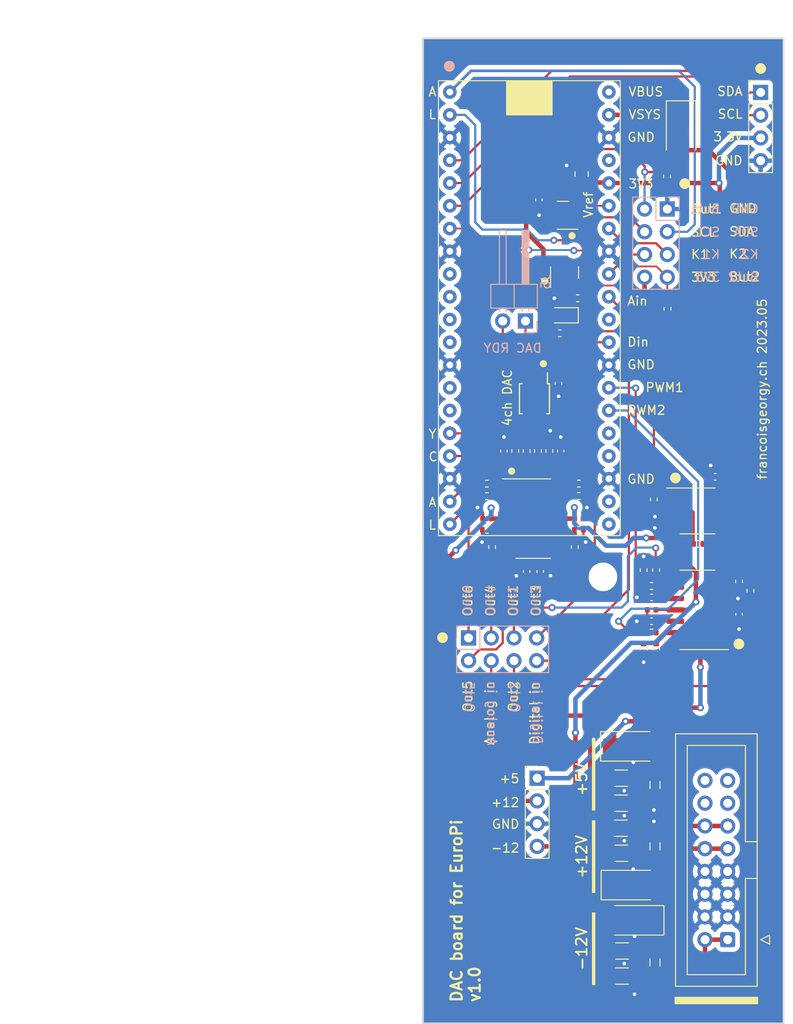
<source format=kicad_pcb>
(kicad_pcb (version 20221018) (generator pcbnew)
  (layers (0 "F.Cu" signal) (31 "B.Cu" signal) (34 "B.Paste" user) (35 "F.Paste" user) (36 "B.SilkS" user "B.Silkscreen") (37 "F.SilkS" user "F.Silkscreen") (38 "B.Mask" user) (39 "F.Mask" user) (44 "Edge.Cuts" user))
  (net 0 "")
  (net 1 "GND")
  (net 2 "/ADC_VREF")
  (net 3 "Net-(U4A-+)")
  (net 4 "Net-(U4B-+)")
  (net 5 "Net-(U4C-+)")
  (net 6 "Net-(U4D-+)")
  (net 7 "Net-(U3C-+)")
  (net 8 "/GP2")
  (net 9 "/GP3")
  (net 10 "Net-(U3D-+)")
  (net 11 "/Euro+5")
  (net 12 "/Euro+12")
  (net 13 "/Euro-12")
  (net 16 "/DIG_IN")
  (net 17 "/PWM1")
  (net 18 "/PWM2")
  (net 19 "/AN_IN")
  (net 22 "/OLED SDA P")
  (net 23 "/OLED SCL P")
  (net 24 "/DAC_RDY")
  (net 25 "/DAC_LDAC")
  (net 26 "/DAC_SDA")
  (net 27 "/DAC_SCL")
  (net 28 "/KNOB 2 P")
  (net 29 "/KNOB 1 P")
  (net 30 "Net-(D1-K)")
  (net 31 "Net-(U3B--)")
  (net 32 "Net-(D3-K)")
  (net 33 "Net-(D4-A)")
  (net 34 "Net-(R21-Pad2)")
  (net 35 "Net-(U5A--)")
  (net 36 "Net-(U4A--)")
  (net 37 "Net-(U4B--)")
  (net 38 "Net-(U4C--)")
  (net 39 "Net-(U4D--)")
  (net 40 "Net-(U3C--)")
  (net 41 "Net-(U3D--)")
  (net 54 "/BUTTON 1 P")
  (net 55 "/BUTTON 2 P")
  (net 56 "/OUTPUT 6 P")
  (net 57 "/OUTPUT 5 P")
  (net 58 "/OUTPUT 4 P")
  (net 59 "/ANALOGUE IN P")
  (net 60 "/OUTPUT 1 P")
  (net 61 "/OUTPUT 2 P")
  (net 62 "/OUTPUT 3 P")
  (net 63 "/DIGITAL IN P")
  (net 65 "/+5V")
  (net 66 "/+12V")
  (net 67 "/-12V")
  (net 68 "/+3.3V P")
  (net 69 "Net-(D5-A)")
  (net 76 "/DACA")
  (net 77 "/DACB")
  (net 78 "/DACC")
  (net 79 "/DACD")
  (net 80 "/DAC_RDY_JP")
  (net 81 "Net-(D2-K)")
  (footprint "Resistor_SMD:R_0402_1005Metric" (layer "F.Cu") (at 126.238 92.753 90)
    (fp_text reference "R3" hide)
    (fp_text value "1K")
  )
  (footprint "Capacitor_SMD:C_0402_1005Metric" (layer "F.Cu") (at 133.35 100.299 180)
    (fp_text reference "C4" hide)
    (fp_text value "100nF")
  )
  (footprint "Package_TO_SOT_SMD:SOT-23" (layer "F.Cu") (at 131.572 66.421 180)
    (fp_text reference "U1" hide)
    (fp_text value "LM4040LP-3")
  )
  (footprint "Capacitor_SMD:C_1206_3216Metric" (layer "F.Cu") (at 138.065333 132.08)
    (fp_text reference "C25" hide)
    (fp_text value "22uF")
  )
  (footprint "Capacitor_SMD:C_1206_3216Metric" (layer "F.Cu") (at 138.081666 129.286)
    (fp_text reference "C20" hide)
    (fp_text value "22uF")
  )
  (footprint "Resistor_SMD:R_0402_1005Metric" (layer "F.Cu") (at 133.223 75.692 180)
    (fp_text reference "R27" hide)
    (fp_text value "100K")
  )
  (footprint "Capacitor_SMD:C_1206_3216Metric" (layer "F.Cu") (at 138.176 148.59)
    (fp_text reference "C24" hide)
    (fp_text value "22uF")
  )
  (footprint "Diode_SMD:D_SOD-323" (layer "F.Cu") (at 131.6736 77.597 180)
    (fp_text reference "D1" hide)
    (fp_text value "1N5817WS")
  )
  (footprint "Diode_SMD:D_SMA" (layer "F.Cu") (at 139.351 141.224)
    (fp_text reference "D4" hide)
    (fp_text value "STPS1L30")
  )
  (footprint "Resistor_SMD:R_0402_1005Metric" (layer "F.Cu") (at 127.508 92.751 90)
    (fp_text reference "R4" hide)
    (fp_text value "1K")
  )
  (footprint "Resistor_SMD:R_0402_1005Metric" (layer "F.Cu") (at 133.35 101.5492)
    (fp_text reference "R33" hide)
    (fp_text value "100K")
  )
  (footprint "Resistor_SMD:R_0402_1005Metric" (layer "F.Cu") (at 146.685 103.124 180)
    (fp_text reference "R22" hide)
    (fp_text value "22K")
  )
  (footprint "Package_TO_SOT_SMD:SOT-23" (layer "F.Cu") (at 131.7498 72.8218 90)
    (fp_text reference "Q1" hide)
    (fp_text value "MBT2222A")
  )
  (footprint "Capacitor_SMD:C_0402_1005Metric" (layer "F.Cu") (at 141.478 111.76 180)
    (fp_text reference "C10" hide)
    (fp_text value "100nF")
  )
  (footprint "Resistor_SMD:R_0402_1005Metric" (layer "F.Cu") (at 143.2052 62.0776 -90)
    (fp_text reference "R24" hide)
    (fp_text value "10K")
  )
  (footprint "Eurorack:Raspberry Pi Pico" (layer "F.Cu") (at 118.925 52.665)
    (fp_text reference "RPI1" hide)
    (fp_text value "Raspberry_Pi_Pico")
  )
  (footprint "Capacitor_SMD:C_1206_3216Metric" (layer "F.Cu") (at 138.097999 137.668)
    (fp_text reference "C22" hide)
    (fp_text value "22uF")
  )
  (footprint "Package_SO:SOIC-8_3.9x4.9mm_P1.27mm" (layer "F.Cu") (at 146.623 99.441)
    (fp_text reference "U5" hide)
    (fp_text value "MCP6002")
  )
  (footprint "Resistor_SMD:R_0402_1005Metric" (layer "F.Cu") (at 141.478 113.03 180)
    (fp_text reference "R2" hide)
    (fp_text value "1K")
  )
  (footprint "Resistor_SMD:R_0402_1005Metric" (layer "F.Cu") (at 140.589 114.808 -90)
    (fp_text reference "R30" hide)
    (fp_text value "100K")
  )
  (footprint "Resistor_SMD:R_0402_1005Metric" (layer "F.Cu") (at 151.257 107.315 90)
    (fp_text reference "R21" hide)
    (fp_text value "22K")
  )
  (footprint "Resistor_SMD:R_0402_1005Metric" (layer "F.Cu") (at 132.8928 103.4796 90)
    (fp_text reference "R39" hide)
    (fp_text value "220K")
  )
  (footprint "Package_SO:SOIC-14_3.9x8.7mm_P1.27mm" (layer "F.Cu") (at 128.268 100.299)
    (fp_text reference "U4" hide)
    (fp_text value "TL074")
  )
  (footprint "Capacitor_SMD:C_0402_1005Metric" (layer "F.Cu") (at 131.064 85.1916 -90)
    (fp_text reference "C8" hide)
    (fp_text value "100nF")
  )
  (footprint "Resistor_SMD:R_0402_1005Metric" (layer "F.Cu") (at 123.6472 103.4796 90)
    (fp_text reference "R38" hide)
    (fp_text value "220K")
  )
  (footprint "Capacitor_SMD:C_0402_1005Metric" (layer "F.Cu") (at 129.03 106.213 -90)
    (fp_text reference "C13" hide)
    (fp_text value "100nF")
  )
  (footprint "Capacitor_SMD:C_0402_1005Metric" (layer "F.Cu") (at 128.8796 64.6964 -90)
    (fp_text reference "C2" hide)
    (fp_text value "1uF")
  )
  (footprint "Resistor_SMD:R_0402_1005Metric" (layer "F.Cu") (at 133.35 97.776)
    (fp_text reference "R34" hide)
    (fp_text value "100K")
  )
  (footprint "Resistor_SMD:R_0402_1005Metric" (layer "F.Cu") (at 131.2164 79.6036)
    (fp_text reference "R26" hide)
    (fp_text value "10K")
  )
  (footprint "Resistor_SMD:R_0402_1005Metric" (layer "F.Cu") (at 141.986 114.808 90)
    (fp_text reference "R36" hide)
    (fp_text value "220K")
  )
  (footprint "Resistor_SMD:R_0402_1005Metric" (layer "F.Cu") (at 140.589 106.043 90)
    (fp_text reference "R29" hide)
    (fp_text value "100K")
  )
  (footprint "Capacitor_SMD:C_0402_1005Metric" (layer "F.Cu") (at 151.257 110.9752 -90)
    (fp_text reference "C5" hide)
    (fp_text value "100nF")
  )
  (footprint "Capacitor_SMD:C_0402_1005Metric" (layer "F.Cu") (at 141.478 109.093 180)
    (fp_text reference "C9" hide)
    (fp_text value "100nF")
  )
  (footprint "Diode_SMD:D_SMA" (layer "F.Cu") (at 139.287 125.73)
    (fp_text reference "D5" hide)
    (fp_text value "STPS1L30")
  )
  (footprint "Diode_SMD:D_SMA" (layer "F.Cu") (at 139.351 145.161 180)
    (fp_text reference "D3" hide)
    (fp_text value "STPS1L30")
  )
  (footprint "Resistor_SMD:R_0402_1005Metric" (layer "F.Cu") (at 130.048 92.751 90)
    (fp_text reference "R6" hide)
    (fp_text value "1K")
  )
  (footprint "Capacitor_SMD:C_0805_2012Metric" (layer "F.Cu") (at 133.6548 61.8236 90)
    (fp_text reference "C1" hide)
    (fp_text value "10uF")
  )
  (footprint "Resistor_SMD:R_0402_1005Metric" (layer "F.Cu") (at 152.527 108.3564 90)
    (fp_text reference "R28" hide)
    (fp_text value "100K")
  )
  (footprint "Inductor_SMD:L_0805_2012Metric" (layer "F.Cu") (at 141.859 130.048 90)
    (fp_text reference "FB1" hide)
    (fp_text value "FerriteBead")
  )
  (footprint "Connector_IDC:IDC-Header_2x08_P2.54mm_Vertical" (layer "F.Cu") (at 149.987 147.32 180)
    (fp_text reference "J1" hide)
    (fp_text value "Conn_02x08_Odd_Even")
  )
  (footprint "Capacitor_SMD:C_0402_1005Metric" (layer "F.Cu") (at 141.478 110.49)
    (fp_text reference "C6" hide)
    (fp_text value "100nF")
  )
  (footprint "Capacitor_SMD:C_1206_3216Metric" (layer "F.Cu") (at 138.176 151.384)
    (fp_text reference "C23" hide)
    (fp_text value "22uF")
  )
  (footprint "Connector_PinHeader_2.54mm:PinHeader_1x04_P2.54mm_Vertical" (layer "F.Cu") (at 128.688981 129.286)
    (fp_text reference "J6" hide)
    (fp_text value "Conn_01x04_Male")
  )
  (footprint "Resistor_SMD:R_0402_1005Metric" (layer "F.Cu") (at 123.061 101.5492 180)
    (fp_text reference "R32" hide)
    (fp_text value "100K")
  )
  (footprint "Inductor_SMD:L_0805_2012Metric" (layer "F.Cu") (at 141.859 136.906 -90)
    (fp_text reference "FB2" hide)
    (fp_text value "FerriteBead" hide)
  )
  (footprint "Resistor_SMD:R_0402_1005Metric" (layer "F.Cu") (at 123.063 97.79 180)
    (fp_text reference "R31" hide)
    (fp_text value "100K")
  )
  (footprint "Diode_SMD:D_SMA" (layer "F.Cu") (at 144.78 57.15 -90)
    (fp_text reference "D2" hide)
    (fp_text value "STPS1L30")
  )
  (footprint "Capacitor_SMD:C_0402_1005Metric" (layer "F.Cu") (at 131.318 92.751 90)
    (fp_text reference "C14" hide)
    (fp_text value "100nF" hide)
  )
  (footprint "Resistor_SMD:R_0402_1005Metric" (layer "F.Cu") (at 133.35 96.393 180)
    (fp_text reference "R40" hide)
    (fp_text value "220K")
  )
  (footprint "Capacitor_SMD:C_0402_1005Metric" (layer "F.Cu") (at 123.085 100.299 180)
    (fp_text reference "C3" hide)
    (fp_text value "100nF")
  )
  (footprint "Resistor_SMD:R_0402_1005Metric" (layer "F.Cu") (at 128.778 92.749 90)
    (fp_text reference "R5" hide)
    (fp_text value "1K")
  )
  (footprint "Capacitor_SMD:C_0402_1005Metric" (layer "F.Cu") (at 148.59 95.631 180)
    (fp_text reference "C7" hide)
    (fp_text value "100nF")
  )
  (footprint "Package_SO:MSOP-10_3x3mm_P0.5mm" (layer "F.Cu") (at 128.381 86.909 -90)
    (fp_text reference "U2" hide)
    (fp_text value "MCP4728" hide)
  )
  (footprint "Capacitor_SMD:C_1206_3216Metric" (layer "F.Cu") (at 138.049 134.874)
    (fp_text reference "C21" hide)
    (fp_text value "22uF")
  )
  (footprint "Connector_PinHeader_2.54mm:PinHeader_1x04_P2.54mm_Vertical" (layer "F.Cu") (at 153.67 52.705)
    (fp_text reference "J4" hide)
    (fp_text value "Conn_01x04_Male")
  )
  (footprint "Inductor_SMD:L_0805_2012Metric" (layer "F.Cu") (at 141.859 149.86 90)
    (fp_text reference "FB3" hide)
    (fp_text value "FerriteBead" hide)
  )
  (footprint "Package_SO:SOIC-14_3.9x8.7mm_P1.27mm" (layer "F.Cu") (at 146.6088 110.49 180)
    (fp_text reference "U3" hide)
    (fp_text value "TL074")
  )
  (footprint "Capacitor_SMD:C_0402_1005Metric" (layer "F.Cu") (at 127.508 106.213 -90)
    (fp_text reference "C12" hide)
    (fp_text value "100nF")
  )
  (footprint "Resistor_SMD:R_0402_1005Metric" (layer "F.Cu") (at 141.478 107.823 180)
    (fp_text reference "R1" hide)
    (fp_text value "1K")
  )
  (footprint "Resistor_SMD:R_0402_1005Metric" (layer "F.Cu") (at 141.732 98.171 90)
    (fp_text reference "R23" hide)
    (fp_text value "22K")
  )
  (footprint "Resistor_SMD:R_0402_1005Metric" (layer "F.Cu") (at 123.063 96.393)
    (fp_text reference "R37" hide)
    (fp_text value "220K")
  )
  (footprint "Resistor_SMD:R_0402_1005Metric" (layer "F.Cu") (at 143.256 76.8604 -90)
    (fp_text reference "R25" hide)
    (fp_text value "10K")
  )
  (footprint "Resistor_SMD:R_0402_1005Metric" (layer "F.Cu") (at 141.986 106.043 -90)
    (fp_text reference "R35" hide)
    (fp_text value "220K")
  )
  (footprint "Capacitor_SMD:C_0402_1005Metric" (layer "F.Cu") (at 124.968 92.751 90)
    (fp_text reference "C11" hide)
    (fp_text value "100nF")
  )
  (footprint "Connector_PinHeader_2.54mm:PinHeader_2x04_P2.54mm_Vertical" (layer "B.Cu") (at 121.015 113.625 -90)
    (fp_text reference "J3" hide)
    (fp_text value "Conn_02x04_Counter_Clockwise")
  )
  (footprint "Connector_PinHeader_2.54mm:PinHeader_2x04_P2.54mm_Vertical" (layer "B.Cu") (at 143.235 65.725 180)
    (fp_text reference "J2" hide)
    (fp_text value "Conn_02x04_Counter_Clockwise" hide)
  )
  (footprint "Connector_PinHeader_2.54mm:PinHeader_1x02_P2.54mm_Horizontal" (layer "B.Cu") (at 127.381 78.232 90)
    (fp_text reference "J5")
    (fp_text value "Conn_01x02_Pin")
  )
  (gr_circle (center 118.872 49.784) (end 118.372 49.784) (stroke (width 0.2)) (fill solid) (layer "B.SilkS"))
  (gr_circle (center 129.3876 83.0072) (end 129.6876 83.0072) (stroke (width 0.2)) (fill solid) (layer "F.SilkS"))
  (gr_circle (center 129.54 73.7616) (end 129.54 74.0616) (stroke (width 0.2)) (fill solid) (layer "F.SilkS"))
  (gr_circle (center 118.11 113.5888) (end 118.61 113.5888) (stroke (width 0.2)) (fill solid) (layer "F.SilkS"))
  (gr_circle (center 118.872 49.784) (end 119.372 49.784) (stroke (width 0.2)) (fill solid) (layer "F.SilkS"))
  (gr_rect (start 134.874 134.0485) (end 135.128 142.0495) (stroke (width 0.12)) (fill solid) (layer "F.SilkS"))
  (gr_rect (start 144.145 153.797) (end 153.289 154.432) (stroke (width 0.2)) (fill solid) (layer "F.SilkS"))
  (gr_circle (center 151.2316 114.3) (end 151.7316 114.3) (stroke (width 0.2)) (fill solid) (layer "F.SilkS"))
  (gr_circle (center 132.588 68.707) (end 132.888 68.707) (stroke (width 0.2)) (fill solid) (layer "F.SilkS"))
  (gr_circle (center 153.67 50.038) (end 154.17 50.038) (stroke (width 0.2)) (fill solid) (layer "F.SilkS"))
  (gr_circle (center 125.8316 94.996) (end 126.1316 94.996) (stroke (width 0.2)) (fill solid) (layer "F.SilkS"))
  (gr_rect (start 134.874 124.841) (end 135.128 132.842) (stroke (width 0.12)) (fill solid) (layer "F.SilkS"))
  (gr_circle (center 144.145 95.758) (end 144.645 95.758) (stroke (width 0.2)) (fill solid) (layer "F.SilkS"))
  (gr_rect (start 134.874 144.3355) (end 135.128 152.3365) (stroke (width 0.12)) (fill solid) (layer "F.SilkS"))
  (gr_circle (center 145.1864 62.8904) (end 145.6864 62.8904) (stroke (width 0.2)) (fill solid) (layer "F.SilkS"))
  (gr_rect (start 115.925 46.665) (end 156.225 156.665) (stroke (width 0.2)) (fill none) (layer "Edge.Cuts"))
  (gr_text "3V3" (at 149.225 73.914) (layer "B.SilkS") (effects (font (size 1 1)) (justify left bottom mirror)))
  (gr_text "Out6" (at 120.291 111.252 -90) (layer "B.SilkS") (effects (font (size 1 1)) (justify left bottom mirror)))
  (gr_text "Analog in" (at 123.063 125.713667 -90) (layer "B.SilkS") (effects (font (size 1 1)) (justify left bottom mirror)))
  (gr_text "Out5" (at 120.523 122.047 -90) (layer "B.SilkS") (effects (font (size 1 1)) (justify left bottom mirror)))
  (gr_text "But1" (at 149.225 66.294) (layer "B.SilkS") (effects (font (size 1 1)) (justify left bottom mirror)))
  (gr_text "But2" (at 153.543 73.914) (layer "B.SilkS") (effects (font (size 1 1)) (justify left bottom mirror)))
  (gr_text "Out4" (at 122.831 111.252 -90) (layer "B.SilkS") (effects (font (size 1 1)) (justify left bottom mirror)))
  (gr_text "Out3" (at 127.911 111.252 -90) (layer "B.SilkS") (effects (font (size 1 1)) (justify left bottom mirror)))
  (gr_text "Digital in" (at 128.143 125.570809 -90) (layer "B.SilkS") (effects (font (size 1 1)) (justify left bottom mirror)))
  (gr_text "Out1" (at 125.371 111.252 -90) (layer "B.SilkS") (effects (font (size 1 1)) (justify left bottom mirror)))
  (gr_text "Out2" (at 125.603 122.047 -90) (layer "B.SilkS") (effects (font (size 1 1)) (justify left bottom mirror)))
  (gr_text "GND" (at 153.543 66.294) (layer "B.SilkS") (effects (font (size 1 1)) (justify left bottom mirror)))
  (gr_text "SCL" (at 149.225 68.8848) (layer "B.SilkS") (effects (font (size 1 1)) (justify left bottom mirror)))
  (gr_text "DAC RDY" (at 129.286 81.8388) (layer "B.SilkS") (effects (font (size 1 1)) (justify left bottom mirror)))
  (gr_text "K2" (at 153.543 71.374) (layer "B.SilkS") (effects (font (size 1 1)) (justify left bottom mirror)))
  (gr_text "K1" (at 149.225 71.374) (layer "B.SilkS") (effects (font (size 1 1)) (justify left bottom mirror)))
  (gr_text "SDA" (at 153.543 68.8848) (layer "B.SilkS") (effects (font (size 1 1)) (justify left bottom mirror)))
  (gr_text "L" (at 116.459 101.6) (layer "F.SilkS") (effects (font (size 1 1)) (justify left bottom)))
  (gr_text "K2" (at 150.0632 71.3232) (layer "F.SilkS") (effects (font (size 1 1)) (justify left bottom)))
  (gr_text "-12V" (at 134.366 150.866 90) (layer "F.SilkS") (effects (font (size 1.2 1.2) (thickness 0.2)) (justify left bottom)))
  (gr_text "3.3V" (at 148.297924 58.2422) (layer "F.SilkS") (effects (font (size 1 1)) (justify left bottom)))
  (gr_text "+12" (at 123.444 132.588) (layer "F.SilkS") (effects (font (size 1 1)) (justify left bottom)))
  (gr_text "GND" (at 138.684 96.4692) (layer "F.SilkS") (effects (font (size 1 1)) (justify left bottom)))
  (gr_text "Y" (at 116.459 91.44) (layer "F.SilkS") (effects (font (size 1 1)) (justify left bottom)))
  (gr_text "But1" (at 145.796 66.294) (layer "F.SilkS") (effects (font (size 1 1)) (justify left bottom)))
  (gr_text "+5V" (at 134.366 131.3715 90) (layer "F.SilkS") (effects (font (size 1.2 1.2) (thickness 0.2)) (justify left bottom)))
  (gr_text "+5" (at 124.396381 129.921) (layer "F.SilkS") (effects (font (size 1 1)) (justify left bottom)))
  (gr_text "GND" (at 123.539238 135.001) (layer "F.SilkS") (effects (font (size 1 1)) (justify left bottom)))
  (gr_text "francoisgeorgy.ch 2023.05" (at 154.432 96.012 90) (layer "F.SilkS") (effects (font (size 1 1)) (justify left bottom)))
  (gr_text "PWM1" (at 140.716 86.233) (layer "F.SilkS") (effects (font (size 1 1)) (justify left bottom)))
  (gr_text "K1" (at 145.796 71.374) (layer "F.SilkS") (effects (font (size 1 1)) (justify left bottom)))
  (gr_text "Vref" (at 135.001 66.802 90) (layer "F.SilkS") (effects (font (size 1 1) (thickness 0.153)) (justify left bottom)))
  (gr_text "3V3" (at 138.811 63.5) (layer "F.SilkS") (effects (font (size 1 1)) (justify left bottom)))
  (gr_text "Analog in" (at 123.952 125.6792 90) (layer "F.SilkS") (effects (font (size 1 1)) (justify left bottom)))
  (gr_text "SCL" (at 145.796 68.8848) (layer "F.SilkS") (effects (font (size 1 1)) (justify left bottom)))
  (gr_text "Ain" (at 138.684 76.581) (layer "F.SilkS") (effects (font (size 1 1)) (justify left bottom)))
  (gr_text "But2" (at 150.0632 73.8632) (layer "F.SilkS") (effects (font (size 1 1)) (justify left bottom)))
  (gr_text "GND" (at 138.684 58.293) (layer "F.SilkS") (effects (font (size 1 1)) (justify left bottom)))
  (gr_text "L" (at 116.459 55.753) (layer "F.SilkS") (effects (font (size 1 1)) (justify left bottom)))
  (gr_text "GND" (at 150.0632 66.2432) (layer "F.SilkS") (effects (font (size 1 1)) (justify left bottom)))
  (gr_text "3V3" (at 145.796 73.914) (layer "F.SilkS") (effects (font (size 1 1)) (justify left bottom)))
  (gr_text "GND" (at 148.4884 60.9092) (layer "F.SilkS") (effects (font (size 1 1)) (justify left bottom)))
  (gr_text "GND" (at 138.684 83.693) (layer "F.SilkS") (effects (font (size 1 1)) (justify left bottom)))
  (gr_text "VBUS" (at 138.811 53.213) (layer "F.SilkS") (effects (font (size 1 1)) (justify left bottom)))
  (gr_text "4ch DAC" (at 125.9332 90.0684 90) (layer "F.SilkS") (effects (font (size 1 1)) (justify left bottom)))
  (gr_text "PWM2" (at 138.684 88.773) (layer "F.SilkS") (effects (font (size 1 1)) (justify left bottom)))
  (gr_text "Out6" (at 121.5136 111.3028 90) (layer "F.SilkS") (effects (font (size 1 1)) (justify left bottom)))
  (gr_text "Out5" (at 121.5136 121.9708 90) (layer "F.SilkS") (effects (font (size 1 1)) (justify left bottom)))
  (gr_text "DAC board for EuroPi\nv1.0 " (at 122.428 154.432 90) (layer "F.SilkS") (effects (font (size 1.25 1.25) (thickness 0.25) bold) (justify left bottom)))
  (gr_text "Out3" (at 129.1336 111.3028 90) (layer "F.SilkS") (effects (font (size 1 1)) (justify left bottom)))
  (gr_text "-12" (at 123.444 137.668) (layer "F.SilkS") (effects (font (size 1 1)) (justify left bottom)))
  (gr_text "Out1" (at 126.5936 111.3028 90) (layer "F.SilkS") (effects (font (size 1 1)) (justify left bottom)))
  (gr_text "Out2" (at 126.5936 121.9708 90) (layer "F.SilkS") (effects (font (size 1 1)) (justify left bottom)))
  (gr_text "SCL" (at 148.774114 55.7022) (layer "F.SilkS") (effects (font (size 1 1)) (justify left bottom)))
  (gr_text "C" (at 116.459 93.98) (layer "F.SilkS") (effects (font (size 1 1)) (justify left bottom)))
  (gr_text "Out4" (at 124.0536 111.3028 90) (layer "F.SilkS") (effects (font (size 1 1)) (justify left bottom)))
  (gr_text "VSYS" (at 138.811 55.753) (layer "F.SilkS") (effects (font (size 1 1)) (justify left bottom)))
  (gr_text "Digital in" (at 128.9812 125.6284 90) (layer "F.SilkS") (effects (font (size 1 1)) (justify left bottom)))
  (gr_text "A" (at 116.459 99.06) (layer "F.SilkS") (effects (font (size 1 1)) (justify left bottom)))
  (gr_text "SDA" (at 150.0632 68.834) (layer "F.SilkS") (effects (font (size 1 1)) (justify left bottom)))
  (gr_text "SDA" (at 148.726495 53.1622) (layer "F.SilkS") (effects (font (size 1 1)) (justify left bottom)))
  (gr_text "Din" (at 138.684 81.153) (layer "F.SilkS") (effects (font (size 1 1)) (justify left bottom)))
  (gr_text "+12V" (at 134.366 140.579 90) (layer "F.SilkS") (effects (font (size 1.2 1.2) (thickness 0.2)) (justify left bottom)))
  (gr_text "A" (at 116.459 53.213) (layer "F.SilkS") (effects (font (size 1 1)) (justify left bottom)))
  (segment (start 149.0838 109.22) (end 151.13 109.22) (width 0.5) (layer "F.Cu") (net 1))
  (segment (start 130.6236 77.597) (end 130.6236 75.7088) (width 0.3) (layer "F.Cu") (net 1))
  (segment (start 122.551 102.8994) (end 122.5296 102.9208) (width 0.3) (layer "F.Cu") (net 1))
  (segment (start 127.508 106.693) (end 126.505 106.693) (width 0.5) (layer "F.Cu") (net 1))
  (segment (start 151.257 111.4552) (end 151.257 112.649) (width 0.25) (layer "F.Cu") (net 1))
  (segment (start 133.86 102.618) (end 133.985 102.743) (width 0.25) (layer "F.Cu") (net 1))
  (segment (start 130.6345 66.421) (end 128.905 66.421) (width 0.5) (layer "F.Cu") (net 1))
  (segment (start 129.381 89.109) (end 129.381 90.2142) (width 0.3) (layer "F.Cu") (net 1))
  (segment (start 124.968 92.271) (end 124.968 91.186) (width 0.25) (layer "F.Cu") (net 1))
  (segment (start 133.86 101.768) (end 133.86 102.4128) (width 0.25) (layer "F.Cu") (net 1))
  (segment (start 128.8796 66.3956) (end 128.905 66.421) (width 0.25) (layer "F.Cu") (net 1))
  (segment (start 126.505 106.693) (end 126.492 106.68) (width 0.25) (layer "F.Cu") (net 1))
  (segment (start 131.9936 60.8736) (end 131.9784 60.8584) (width 0.5) (layer "F.Cu") (net 1))
  (segment (start 122.605 100.299) (end 122.605 99.6434) (width 0.3) (layer "F.Cu") (net 1))
  (segment (start 122.553 97.79) (end 122.553 98.5286) (width 0.3) (layer "F.Cu") (net 1))
  (segment (start 129.381 90.2142) (end 129.6416 90.4748) (width 0.3) (layer "F.Cu") (net 1))
  (segment (start 140.998 110.49) (end 140.998 111.76) (width 0.25) (layer "F.Cu") (net 1))
  (segment (start 148.11 95.631) (end 148.11 94.389) (width 0.5) (layer "F.Cu") (net 1))
  (segment (start 129.6416 90.4748) (end 129.9972 90.4748) (width 0.3) (layer "F.Cu") (net 1))
  (segment (start 130.7998 75.499) (end 130.6068 75.692) (width 0.3) (layer "F.Cu") (net 1))
  (segment (start 131.318 92.271) (end 131.318 91.186) (width 0.25) (layer "F.Cu") (net 1))
  (segment (start 133.86 102.6688) (end 134.112 102.9208) (width 0.25) (layer "F.Cu") (net 1))
  (segment (start 133.83 99.467) (end 134.239 99.058) (width 0.25) (layer "F.Cu") (net 1))
  (segment (start 133.83 100.299) (end 133.83 99.467) (width 0.25) (layer "F.Cu") (net 1))
  (segment (start 122.605 99.6434) (end 122.0216 99.06) (width 0.3) (layer "F.Cu") (net 1))
  (segment (start 133.86 97.776) (end 133.86 98.679) (width 0.3) (layer "F.Cu") (net 1))
  (segment (start 148.11 94.389) (end 148.082 94.361) (width 0.5) (layer "F.Cu") (net 1))
  (segment (start 140.589 105.533) (end 140.589 104.521) (width 0.25) (layer "F.Cu") (net 1))
  (segment (start 140.998 111.76) (end 139.827 111.76) (width 0.5) (layer "F.Cu") (net 1))
  (segment (start 128.8796 65.1764) (end 128.8796 66.3956) (width 0.25) (layer "F.Cu") (net 1))
  (segment (start 122.551 101.641) (end 122.551 102.8994) (width 0.3) (layer "F.Cu") (net 1))
  (segment (start 131.064 85.6716) (end 131.064 86.620846) (width 0.25) (layer "F.Cu") (net 1))
  (segment (start 129.03 106.693) (end 130.035 106.693) (width 0.5) (layer "F.Cu") (net 1))
  (segment (start 140.589 115.318) (end 140.589 116.332) (width 0.25) (layer "F.Cu") (net 1))
  (segment (start 133.86 98.679) (end 134.239 99.058) (width 0.3) (layer "F.Cu") (net 1))
  (segment (start 133.6548 60.8736) (end 131.9936 60.8736) (width 0.5) (layer "F.Cu") (net 1))
  (segment (start 130.7998 73.7593) (end 130.7998 75.499) (width 0.3) (layer "F.Cu") (net 1))
  (segment (start 133.86 102.4128) (end 133.86 102.6688) (width 0.25) (layer "F.Cu") (net 1))
  (segment (start 131.064 86.620846) (end 131.085977 86.642823) (width 0.25) (layer "F.Cu") (net 1))
  (segment (start 144.148 101.346) (end 141.8336 101.346) (width 0.5) (layer "F.Cu") (net 1))
  (segment (start 130.6236 75.7088) (end 130.6068 75.692) (width 0.3) (layer "F.Cu") (net 1))
  (segment (start 140.998 109.093) (end 139.827 109.093) (width 0.5) (layer "F.Cu") (net 1))
  (segment (start 144.148 100.076) (end 142.113 100.076) (width 0.5) (layer "F.Cu") (net 1))
  (segment (start 133.86 102.4128) (end 133.86 102.618) (width 0.25) (layer "F.Cu") (net 1))
  (segment (start 130.035 106.693) (end 130.048 106.68) (width 0.25) (layer "F.Cu") (net 1))
  (segment (start 122.553 98.5286) (end 122.0216 99.06) (width 0.3) (layer "F.Cu") (net 1))
  (via (at 130.1496 90.4748) (size 0.8) (drill 0.4) (layers "F.Cu" "B.Cu") (net 1))
  (via (at 139.827 109.093) (size 0.8) (drill 0.4) (layers "F.Cu" "B.Cu") (net 1))
  (via (at 139.446 127.508) (size 0.8) (drill 0.4) (layers "F.Cu" "B.Cu") (net 1))
  (via (at 139.573 146.939) (size 0.8) (drill 0.4) (layers "F.Cu" "B.Cu") (net 1))
  (via (at 138.43 136.271) (size 0.8) (drill 0.4) (layers "F.Cu" "B.Cu") (net 1))
  (via (at 126.365 106.68) (size 0.8) (drill 0.4) (layers "F.Cu" "B.Cu") (net 1))
  (via (at 141.732 134.112) (size 0.8) (drill 0.4) (layers "F.Cu" "B.Cu") (net 1))
  (via (at 131.085977 86.642823) (size 0.8) (drill 0.4) (layers "F.Cu" "B.Cu") (net 1))
  (via (at 140.589 116.332) (size 0.8) (drill 0.4) (layers "F.Cu" "B.Cu") (net 1))
  (via (at 134.239 99.058) (size 0.8) (drill 0.4) (layers "F.Cu" "B.Cu") (net 1))
  (via (at 139.573 153.416) (size 0.8) (drill 0.4) (layers "F.Cu" "B.Cu") (net 1))
  (via (at 140.589 104.521) (size 0.8) (drill 0.4) (layers "F.Cu" "B.Cu") (net 1))
  (via (at 131.318 91.186) (size 0.8) (drill 0.4) (layers "F.Cu" "B.Cu") (net 1))
  (via (at 138.43 133.477) (size 0.8) (drill 0.4) (layers "F.Cu" "B.Cu") (net 1))
  (via (at 138.43 149.987) (size 0.8) (drill 0.4) (layers "F.Cu" "B.Cu") (net 1))
  (via (at 130.6068 75.692) (size 0.8) (drill 0.4) (layers "F.Cu" "B.Cu") (net 1))
  (via (at 128.905 66.421) (size 0.8) (drill 0.4) (layers "F.Cu" "B.Cu") (net 1))
  (via (at 141.8336 101.346) (size 0.8) (drill 0.4) (layers "F.Cu" "B.Cu") (net 1))
  (via (at 148.082 94.361) (size 0.8) (drill 0.4) (layers "F.Cu" "B.Cu") (net 1))
  (via locked (at 136.0424 106.807) (size 3.6) (drill 3.2) (layers "F.Cu" "B.Cu") (net 1))
  (via (at 138.43 130.683) (size 0.8) (drill 0.4) (layers "F.Cu" "B.Cu") (net 1))
  (via (at 122.0216 99.06) (size 0.8) (drill 0.4) (layers "F.Cu" "B.Cu") (net 1))
  (via (at 122.5296 102.9208) (size 0.8) (drill 0.4) (layers "F.Cu" "B.Cu") (net 1))
  (via (at 151.257 112.649) (size 0.8) (drill 0.4) (layers "F.Cu" "B.Cu") (net 1))
  (via (at 151.13 109.22) (size 0.8) (drill 0.4) (layers "F.Cu" "B.Cu") (net 1))
  (via (at 134.112 102.9208) (size 0.8) (drill 0.4) (layers "F.Cu" "B.Cu") (net 1))
  (via (at 139.446 139.446) (size 0.8) (drill 0.4) (layers "F.Cu" "B.Cu") (net 1))
  (via (at 124.968 91.186) (size 0.8) (drill 0.4) (layers "F.Cu" "B.Cu") (net 1))
  (via (at 130.175 106.68) (size 0.8) (drill 0.4) (layers "F.Cu" "B.Cu") (net 1))
  (via (at 139.827 111.76) (size 0.8) (drill 0.4) (layers "F.Cu" "B.Cu") (net 1))
  (via (at 131.9784 60.8584) (size 0.8) (drill 0.4) (layers "F.Cu" "B.Cu") (net 1))
  (via (at 141.732 132.842) (size 0.8) (drill 0.4) (layers "F.Cu" "B.Cu") (net 1))
  (via (at 141.859 100.076) (size 0.8) (drill 0.4) (layers "F.Cu" "B.Cu") (net 1))
  (segment (start 131.5618 65.471) (end 130.302 64.2112) (width 0.2) (layer "F.Cu") (net 2))
  (segment (start 130.302 64.2112) (end 128.8848 64.2112) (width 0.2) (layer "F.Cu") (net 2))
  (segment (start 128.8848 64.2112) (end 128.8796 64.2164) (width 0.2) (layer "F.Cu") (net 2))
  (segment (start 132.5095 65.471) (end 131.5618 65.471) (width 0.2) (layer "F.Cu") (net 2))
  (segment (start 132.56 65.4205) (end 132.5095 65.471) (width 0.2) (layer "F.Cu") (net 2))
  (segment (start 132.5095 65.471) (end 132.6155 65.365) (width 0.2) (layer "F.Cu") (net 2))
  (segment (start 132.6155 65.365) (end 136.705 65.365) (width 0.2) (layer "F.Cu") (net 2))
  (segment (start 126.904 99.029) (end 127.254 98.679) (width 0.25) (layer "F.Cu") (net 3))
  (segment (start 127.254 98.679) (end 127.254 95.504) (width 0.25) (layer "F.Cu") (net 3))
  (segment (start 126.238 94.488) (end 126.238 93.263) (width 0.25) (layer "F.Cu") (net 3))
  (segment (start 126.193 93.218) (end 126.238 93.263) (width 0.25) (layer "F.Cu") (net 3))
  (segment (start 124.968 93.231) (end 124.968 93.218) (width 0.25) (layer "F.Cu") (net 3))
  (segment (start 124.968 93.218) (end 126.193 93.218) (width 0.25) (layer "F.Cu") (net 3))
  (segment (start 125.793 99.029) (end 126.904 99.029) (width 0.25) (layer "F.Cu") (net 3))
  (segment (start 127.254 95.504) (end 126.238 94.488) (width 0.25) (layer "F.Cu") (net 3))
  (segment (start 127.889 100.711) (end 127.5715 101.0285) (width 0.25) (layer "F.Cu") (net 4))
  (segment (start 127.889 94.869) (end 127.889 100.711) (width 0.25) (layer "F.Cu") (net 4))
  (segment (start 127.508 105.733) (end 127.508 101.6) (width 0.25) (layer "F.Cu") (net 4))
  (segment (start 127.508 101.6) (end 127.508 101.092) (width 0.25) (layer "F.Cu") (net 4))
  (segment (start 125.793 101.569) (end 127.477 101.569) (width 0.25) (layer "F.Cu") (net 4))
  (segment (start 127.508 101.092) (end 127.5715 101.0285) (width 0.25) (layer "F.Cu") (net 4))
  (segment (start 127.508 94.488) (end 127.889 94.869) (width 0.25) (layer "F.Cu") (net 4))
  (segment (start 127.477 101.569) (end 127.508 101.6) (width 0.25) (layer "F.Cu") (net 4))
  (segment (start 127.508 93.261) (end 127.508 94.488) (width 0.25) (layer "F.Cu") (net 4))
  (segment (start 129.032 101.219) (end 129.03 101.221) (width 0.25) (layer "F.Cu") (net 5))
  (segment (start 130.743 101.569) (end 129.061 101.569) (width 0.25) (layer "F.Cu") (net 5))
  (segment (start 128.778 94.615) (end 128.524 94.869) (width 0.25) (layer "F.Cu") (net 5))
  (segment (start 128.778 93.259) (end 128.778 94.615) (width 0.25) (layer "F.Cu") (net 5))
  (segment (start 128.524 100.711) (end 129.032 101.219) (width 0.25) (layer "F.Cu") (net 5))
  (segment (start 129.03 101.221) (end 129.03 105.733) (width 0.25) (layer "F.Cu") (net 5))
  (segment (start 128.524 94.869) (end 128.524 100.711) (width 0.25) (layer "F.Cu") (net 5))
  (segment (start 130.048 94.615) (end 130.048 93.261) (width 0.25) (layer "F.Cu") (net 6))
  (segment (start 129.159 98.552) (end 129.159 95.504) (width 0.25) (layer "F.Cu") (net 6))
  (segment (start 129.636 99.029) (end 129.159 98.552) (width 0.25) (layer "F.Cu") (net 6))
  (segment (start 130.078 93.231) (end 130.048 93.261) (width 0.25) (layer "F.Cu") (net 6))
  (segment (start 130.743 99.029) (end 129.636 99.029) (width 0.25) (layer "F.Cu") (net 6))
  (segment (start 129.159 95.504) (end 130.048 94.615) (width 0.25) (layer "F.Cu") (net 6))
  (segment (start 131.318 93.231) (end 130.078 93.231) (width 0.25) (layer "F.Cu") (net 6))
  (segment (start 141.958 109.093) (end 144.0068 109.093) (width 0.25) (layer "F.Cu") (net 7))
  (segment (start 141.988 107.823) (end 141.988 109.063) (width 0.25) (layer "F.Cu") (net 7))
  (segment (start 141.988 109.063) (end 141.958 109.093) (width 0.25) (layer "F.Cu") (net 7))
  (segment (start 144.0068 109.093) (end 144.1338 109.22) (width 0.25) (layer "F.Cu") (net 7))
  (segment (start 148.844 50.292) (end 151.257 52.705) (width 0.25) (layer "F.Cu") (net 8))
  (segment (start 118.925 60.285) (end 120.309 60.285) (width 0.25) (layer "F.Cu") (net 8))
  (segment (start 120.309 60.285) (end 130.302 50.292) (width 0.25) (layer "F.Cu") (net 8))
  (segment (start 130.302 50.292) (end 148.844 50.292) (width 0.25) (layer "F.Cu") (net 8))
  (segment (start 151.257 52.705) (end 153.67 52.705) (width 0.25) (layer "F.Cu") (net 8))
  (segment (start 120.436 62.825) (end 118.925 62.825) (width 0.25) (layer "F.Cu") (net 9))
  (segment (start 146.939 50.927) (end 132.334 50.927) (width 0.25) (layer "F.Cu") (net 9))
  (segment (start 151.257 55.245) (end 146.939 50.927) (width 0.25) (layer "F.Cu") (net 9))
  (segment (start 132.334 50.927) (end 120.436 62.825) (width 0.25) (layer "F.Cu") (net 9))
  (segment (start 153.67 55.245) (end 151.257 55.245) (width 0.25) (layer "F.Cu") (net 9))
  (segment (start 141.958 111.76) (end 144.1338 111.76) (width 0.25) (layer "F.Cu") (net 10))
  (segment (start 141.988 111.79) (end 141.958 111.76) (width 0.25) (layer "F.Cu") (net 10))
  (segment (start 141.988 113.03) (end 141.988 111.79) (width 0.25) (layer "F.Cu") (net 10))
  (segment (start 144.78 133.731) (end 144.78 131.953) (width 0.5) (layer "F.Cu") (net 11))
  (segment (start 147.447 134.62) (end 145.669 134.62) (width 0.5) (layer "F.Cu") (net 11))
  (segment (start 147.447 134.62) (end 149.987 134.62) (width 0.5) (layer "F.Cu") (net 11))
  (segment (start 144.78 131.953) (end 143.9375 131.1105) (width 0.5) (layer "F.Cu") (net 11))
  (segment (start 141.859 131.1105) (end 143.9375 131.1105) (width 0.5) (layer "F.Cu") (net 11))
  (segment (start 145.669 134.62) (end 144.78 133.731) (width 0.5) (layer "F.Cu") (net 11))
  (segment (start 147.447 137.16) (end 149.987 137.16) (width 0.5) (layer "F.Cu") (net 12))
  (segment (start 141.859 135.8435) (end 143.7175 135.8435) (width 0.5) (layer "F.Cu") (net 12))
  (segment (start 145.034 137.16) (end 147.447 137.16) (width 0.5) (layer "F.Cu") (net 12))
  (segment (start 143.7175 135.8435) (end 145.034 137.16) (width 0.5) (layer "F.Cu") (net 12))
  (segment (start 141.859 150.9225) (end 146.5115 150.9225) (width 0.5) (layer "F.Cu") (net 13))
  (segment (start 146.5115 150.9225) (end 147.447 149.987) (width 0.5) (layer "F.Cu") (net 13))
  (segment (start 147.447 147.32) (end 149.987 147.32) (width 0.5) (layer "F.Cu") (net 13))
  (segment (start 147.447 149.987) (end 147.447 147.32) (width 0.5) (layer "F.Cu") (net 13))
  (segment (start 134.4314 80.605) (end 136.705 80.605) (width 0.25) (layer "F.Cu") (net 16))
  (segment (start 131.7264 79.6036) (end 133.4008 79.6036) (width 0.25) (layer "F.Cu") (net 16))
  (segment (start 133.4008 79.6036) (end 134.4168 80.6196) (width 0.25) (layer "F.Cu") (net 16))
  (segment (start 131.7498 79.5802) (end 131.7264 79.6036) (width 0.25) (layer "F.Cu") (net 16))
  (segment (start 131.7498 71.8843) (end 131.7498 79.5802) (width 0.25) (layer "F.Cu") (net 16))
  (segment (start 134.4168 80.6196) (end 134.4314 80.605) (width 0.25) (layer "F.Cu") (net 16))
  (segment (start 139.7 107.315) (end 140.208 107.823) (width 0.25) (layer "F.Cu") (net 17))
  (segment (start 139.7 85.725) (end 139.7 107.315) (width 0.25) (layer "F.Cu") (net 17))
  (segment (start 140.208 107.823) (end 140.968 107.823) (width 0.25) (layer "F.Cu") (net 17))
  (via (at 139.7 85.725) (size 0.8) (drill 0.4) (layers "F.Cu" "B.Cu") (net 17))
  (segment (start 139.66 85.685) (end 136.705 85.685) (width 0.25) (layer "B.Cu") (net 17))
  (segment (start 139.7 85.725) (end 139.66 85.685) (width 0.25) (layer "B.Cu") (net 17))
  (segment (start 139.065 113.03) (end 139.319 113.03) (width 0.25) (layer "F.Cu") (net 18))
  (segment (start 137.795 111.76) (end 139.065 113.03) (width 0.25) (layer "F.Cu") (net 18))
  (segment (start 140.462 113.03) (end 140.968 113.03) (width 0.25) (layer "F.Cu") (net 18))
  (segment (start 140.462 113.03) (end 139.319 113.03) (width 0.25) (layer "F.Cu") (net 18))
  (via (at 137.795 111.76) (size 0.8) (drill 0.4) (layers "F.Cu" "B.Cu") (net 18))
  (segment (start 137.795 111.76) (end 139.192 110.363) (width 0.25) (layer "B.Cu") (net 18))
  (segment (start 138.1252 88.225) (end 138.7456 88.225) (width 0.25) (layer "B.Cu") (net 18))
  (segment (start 136.705 88.225) (end 138.1252 88.225) (width 0.25) (layer "B.Cu") (net 18))
  (segment (start 138.7456 88.225) (end 146.685 96.1644) (width 0.25) (layer "B.Cu") (net 18))
  (segment (start 143.383 110.363) (end 146.685 107.061) (width 0.25) (layer "B.Cu") (net 18))
  (segment (start 139.192 110.363) (end 143.383 110.363) (width 0.25) (layer "B.Cu") (net 18))
  (segment (start 146.685 107.061) (end 146.685 96.1644) (width 0.25) (layer "B.Cu") (net 18))
  (segment (start 144.023 97.661) (end 144.148 97.536) (width 0.25) (layer "F.Cu") (net 19))
  (segment (start 141.732 80.552) (end 136.705 75.525) (width 0.25) (layer "F.Cu") (net 19))
  (segment (start 141.732 97.661) (end 141.732 80.552) (width 0.25) (layer "F.Cu") (net 19))
  (segment (start 141.732 97.661) (end 144.023 97.661) (width 0.25) (layer "F.Cu") (net 19))
  (segment (start 144.526 50.292) (end 144.5768 50.3428) (width 0.3) (layer "B.Cu") (net 22))
  (segment (start 143.235 68.265) (end 145.476 68.265) (width 0.25) (layer "B.Cu") (net 22))
  (segment (start 118.925 52.665) (end 121.298 50.292) (width 0.3) (layer "B.Cu") (net 22))
  (segment (start 146.304 52.07) (end 144.5768 50.3428) (width 0.25) (layer "B.Cu") (net 22))
  (segment (start 146.304 67.437) (end 146.304 52.07) (width 0.25) (layer "B.Cu") (net 22))
  (segment (start 145.476 68.265) (end 146.304 67.437) (width 0.25) (layer "B.Cu") (net 22))
  (segment (start 121.298 50.292) (end 144.526 50.292) (width 0.3) (layer "B.Cu") (net 22))
  (segment (start 135.5852 66.6496) (end 134.8232 67.4116) (width 0.25) (layer "F.Cu") (net 23))
  (segment (start 140.695 68.265) (end 139.0796 66.6496) (width 0.25) (layer "F.Cu") (net 23))
  (segment (start 134.8232 68.7832) (end 134.3914 69.215) (width 0.25) (layer "F.Cu") (net 23))
  (segment (start 134.3914 69.215) (end 130.556 69.215) (width 0.25) (layer "F.Cu") (net 23))
  (segment (start 134.8232 67.4116) (end 134.8232 68.7832) (width 0.25) (layer "F.Cu") (net 23))
  (segment (start 139.0796 66.6496) (end 135.5852 66.6496) (width 0.25) (layer "F.Cu") (net 23))
  (via (at 130.556 69.215) (size 0.8) (drill 0.4) (layers "F.Cu" "B.Cu") (net 23))
  (segment (start 128.7526 69.215) (end 130.556 69.215) (width 0.25) (layer "B.Cu") (net 23))
  (segment (start 127.1524 68.0212) (end 122.5804 68.0212) (width 0.25) (layer "B.Cu") (net 23))
  (segment (start 121.7676 56.3626) (end 120.61 55.205) (width 0.25) (layer "B.Cu") (net 23))
  (segment (start 122.5804 68.0212) (end 121.7676 67.2084) (width 0.25) (layer "B.Cu") (net 23))
  (segment (start 120.61 55.205) (end 118.925 55.205) (width 0.25) (layer "B.Cu") (net 23))
  (segment (start 127.1524 68.0212) (end 127.5588 68.0212) (width 0.25) (layer "B.Cu") (net 23))
  (segment (start 121.7676 67.2084) (end 121.7676 56.3626) (width 0.25) (layer "B.Cu") (net 23))
  (segment (start 127.5588 68.0212) (end 128.7526 69.215) (width 0.25) (layer "B.Cu") (net 23))
  (segment (start 127.381 84.709) (end 127.381 78.232) (width 0.25) (layer "F.Cu") (net 24))
  (segment (start 118.925 93.305) (end 121.3758 93.305) (width 0.25) (layer "F.Cu") (net 25))
  (segment (start 127.881 85.7838) (end 127.881 84.709) (width 0.25) (layer "F.Cu") (net 25))
  (segment (start 122.7328 87.122) (end 123.3424 86.5124) (width 0.25) (layer "F.Cu") (net 25))
  (segment (start 123.3424 86.5124) (end 127.1524 86.5124) (width 0.25) (layer "F.Cu") (net 25))
  (segment (start 127.1524 86.5124) (end 127.881 85.7838) (width 0.25) (layer "F.Cu") (net 25))
  (segment (start 121.3758 93.305) (end 122.7328 91.948) (width 0.25) (layer "F.Cu") (net 25))
  (segment (start 122.7328 91.948) (end 122.7328 87.122) (width 0.25) (layer "F.Cu") (net 25))
  (segment (start 128.381 84.709) (end 128.381 86.249) (width 0.25) (layer "F.Cu") (net 26))
  (segment (start 128.381 86.249) (end 127.4572 87.1728) (width 0.25) (layer "F.Cu") (net 26))
  (segment (start 119.7864 97.5236) (end 119.7864 96.9264) (width 0.25) (layer "F.Cu") (net 26))
  (segment (start 119.7864 96.9264) (end 123.3424 93.3704) (width 0.25) (layer "F.Cu") (net 26))
  (segment (start 127.4572 87.1728) (end 123.952 87.1728) (width 0.25) (layer "F.Cu") (net 26))
  (segment (start 123.444 87.6808) (end 123.444 93.2688) (width 0.25) (layer "F.Cu") (net 26))
  (segment (start 118.925 98.385) (end 119.7864 97.5236) (width 0.25) (layer "F.Cu") (net 26))
  (segment (start 123.444 93.2688) (end 123.3424 93.3704) (width 0.25) (layer "F.Cu") (net 26))
  (segment (start 123.952 87.1728) (end 123.444 87.6808) (width 0.25) (layer "F.Cu") (net 26))
  (segment (start 124.0536 93.4212) (end 124.0536 88.4428) (width 0.25) (layer "F.Cu") (net 27))
  (segment (start 120.5484 99.3016) (end 118.925 100.925) (width 0.25) (layer "F.Cu") (net 27))
  (segment (start 124.6124 87.884) (end 124.0536 88.4428) (width 0.25) (layer "F.Cu") (net 27))
  (segment (start 128.881 86.7142) (end 127.7112 87.884) (width 0.25) (layer "F.Cu") (net 27))
  (segment (start 124.0536 93.4212) (end 120.5484 96.9264) (width 0.25) (layer "F.Cu") (net 27))
  (segment (start 128.881 84.709) (end 128.881 86.7142) (width 0.25) (layer "F.Cu") (net 27))
  (segment (start 127.7112 87.884) (end 124.6124 87.884) (width 0.25) (layer "F.Cu") (net 27))
  (segment (start 120.5484 96.9264) (end 120.5484 99.3016) (width 0.25) (layer "F.Cu") (net 27))
  (segment (start 141.9752 69.5452) (end 142.153 69.723) (width 0.25) (layer "F.Cu") (net 28))
  (segment (start 138.3452 69.5452) (end 141.9752 69.5452) (width 0.25) (layer "F.Cu") (net 28))
  (segment (start 142.153 69.723) (end 143.235 70.805) (width 0.25) (layer "F.Cu") (net 28))
  (segment (start 136.705 67.905) (end 138.3452 69.5452) (width 0.25) (layer "F.Cu") (net 28))
  (segment (start 138.885 70.805) (end 136.705 72.985) (width 0.25) (layer "F.Cu") (net 29))
  (segment (start 140.695 70.805) (end 138.885 70.805) (width 0.25) (layer "F.Cu") (net 29))
  (segment (start 132.7236 77.597) (end 132.7236 75.7026) (width 0.3) (layer "F.Cu") (net 30))
  (segment (start 132.6998 73.7593) (end 132.6998 75.6798) (width 0.25) (layer "F.Cu") (net 30))
  (segment (start 151.257 107.825) (end 149.2088 107.825) (width 0.25) (layer "F.Cu") (net 31))
  (segment (start 151.257 107.825) (end 152.527 107.825) (width 0.25) (layer "F.Cu") (net 31))
  (segment (start 149.2088 107.825) (end 149.0838 107.95) (width 0.25) (layer "F.Cu") (net 31))
  (segment (start 141.859 145.669) (end 141.351 145.161) (width 0.5) (layer "F.Cu") (net 32))
  (segment (start 141.859 148.7975) (end 141.859 145.669) (width 0.5) (layer "F.Cu") (net 32))
  (segment (start 141.351 141.224) (end 141.859 140.716) (width 0.5) (layer "F.Cu") (net 33))
  (segment (start 141.859 140.716) (end 141.859 137.9685) (width 0.5) (layer "F.Cu") (net 33))
  (segment (start 148.336 103.124) (end 147.195 103.124) (width 0.25) (layer "F.Cu") (net 34))
  (segment (start 149.0838 103.8718) (end 148.336 103.124) (width 0.25) (layer "F.Cu") (net 34))
  (segment (start 149.2088 106.805) (end 149.0838 106.68) (width 0.25) (layer "F.Cu") (net 34))
  (segment (start 149.0838 106.68) (end 149.0838 103.8718) (width 0.25) (layer "F.Cu") (net 34))
  (segment (start 151.257 106.805) (end 149.2088 106.805) (width 0.25) (layer "F.Cu") (net 34))
  (segment (start 144.023 98.681) (end 144.148 98.806) (width 0.25) (layer "F.Cu") (net 35))
  (segment (start 145.415 98.806) (end 146.175 99.566) (width 0.25) (layer "F.Cu") (net 35))
  (segment (start 146.175 99.566) (end 146.175 103.124) (width 0.25) (layer "F.Cu") (net 35))
  (segment (start 144.148 98.806) (end 145.415 98.806) (width 0.25) (layer "F.Cu") (net 35))
  (segment (start 141.732 98.681) (end 144.023 98.681) (width 0.25) (layer "F.Cu") (net 35))
  (segment (start 123.604 97.759) (end 123.573 97.79) (width 0.25) (layer "F.Cu") (net 36))
  (segment (start 123.573 97.79) (end 123.573 96.393) (width 0.25) (layer "F.Cu") (net 36))
  (segment (start 125.793 97.759) (end 123.604 97.759) (width 0.25) (layer "F.Cu") (net 36))
  (segment (start 125.793 102.839) (end 123.854 102.839) (width 0.25) (layer "F.Cu") (net 37))
  (segment (start 123.571 101.641) (end 123.571 102.8172) (width 0.3) (layer "F.Cu") (net 37))
  (segment (start 132.991 101.919) (end 132.84 101.768) (width 0.25) (layer "F.Cu") (net 38))
  (segment (start 130.743 102.839) (end 132.739 102.839) (width 0.25) (layer "F.Cu") (net 38))
  (segment (start 132.991 103.091) (end 132.991 101.919) (width 0.25) (layer "F.Cu") (net 38))
  (segment (start 132.739 102.839) (end 132.991 103.091) (width 0.25) (layer "F.Cu") (net 38))
  (segment (start 132.823 97.759) (end 132.84 97.776) (width 0.25) (layer "F.Cu") (net 39))
  (segment (start 132.84 97.776) (end 132.84 96.393) (width 0.25) (layer "F.Cu") (net 39))
  (segment (start 130.743 97.759) (end 132.823 97.759) (width 0.25) (layer "F.Cu") (net 39))
  (segment (start 140.589 106.553) (end 141.986 106.553) (width 0.25) (layer "F.Cu") (net 40))
  (segment (start 141.986 106.553) (end 143.383 107.95) (width 0.25) (layer "F.Cu") (net 40))
  (segment (start 143.383 107.95) (end 144.1338 107.95) (width 0.25) (layer "F.Cu") (net 40))
  (segment (start 144.1338 113.03) (end 143.254 113.03) (width 0.25) (layer "F.Cu") (net 41))
  (segment (start 141.986 114.298) (end 140.589 114.298) (width 0.25) (layer "F.Cu") (net 41))
  (segment (start 143.254 113.03) (end 141.986 114.298) (width 0.25) (layer "F.Cu") (net 41))
  (segment (start 120.3814 65.365) (end 118.925 65.365) (width 0.25) (layer "F.Cu") (net 54))
  (segment (start 140.716 60.96) (end 138.7856 59.0296) (width 0.25) (layer "F.Cu") (net 54))
  (segment (start 143.1778 61.595) (end 143.2052 61.5676) (width 0.25) (layer "F.Cu") (net 54))
  (segment (start 140.716 61.595) (end 143.1778 61.595) (width 0.25) (layer "F.Cu") (net 54))
  (segment (start 126.746 59.0296) (end 120.396 65.3796) (width 0.25) (layer "F.Cu") (net 54))
  (segment (start 140.716 61.595) (end 140.716 60.96) (width 0.25) (layer "F.Cu") (net 54))
  (segment (start 138.7856 59.0296) (end 126.746 59.0296) (width 0.25) (layer "F.Cu") (net 54))
  (segment (start 120.396 65.3796) (end 120.3814 65.365) (width 0.25) (layer "F.Cu") (net 54))
  (via (at 140.716 61.595) (size 0.8) (drill 0.4) (layers "F.Cu" "B.Cu") (net 54))
  (segment (start 140.695 65.725) (end 140.695 61.616) (width 0.25) (layer "B.Cu") (net 54))
  (segment (start 140.695 61.616) (end 140.716 61.595) (width 0.25) (layer "B.Cu") (net 54))
  (segment (start 134.4168 73.8124) (end 134.874 74.2696) (width 0.2) (layer "F.Cu") (net 55))
  (segment (start 120.8386 67.905) (end 118.925 67.905) (width 0.2) (layer "F.Cu") (net 55))
  (segment (start 123.2408 70.3072) (end 127.762 70.3072) (width 0.2) (layer "F.Cu") (net 55))
  (segment (start 134.874 74.2696) (end 138.43 74.2696) (width 0.2) (layer "F.Cu") (net 55))
  (segment (start 138.9888 72.136) (end 142.026 72.136) (width 0.2) (layer "F.Cu") (net 55))
  (segment (start 138.5824 74.1172) (end 138.5824 72.5424) (width 0.2) (layer "F.Cu") (net 55))
  (segment (start 138.43 74.2696) (end 138.5824 74.1172) (width 0.2) (layer "F.Cu") (net 55))
  (segment (start 134.4168 70.7136) (end 134.4168 73.8124) (width 0.2) (layer "F.Cu") (net 55))
  (segment (start 138.5824 72.5424) (end 138.9888 72.136) (width 0.2) (layer "F.Cu") (net 55))
  (segment (start 142.026 72.136) (end 143.235 73.345) (width 0.2) (layer "F.Cu") (net 55))
  (segment (start 123.2408 70.3072) (end 120.8386 67.905) (width 0.2) (layer "F.Cu") (net 55))
  (segment (start 134.0612 70.358) (end 134.4168 70.7136) (width 0.2) (layer "F.Cu") (net 55))
  (segment (start 143.235 76.435) (end 143.235 73.345) (width 0.2) (layer "F.Cu") (net 55))
  (segment (start 132.7912 70.358) (end 134.0612 70.358) (width 0.2) (layer "F.Cu") (net 55))
  (via (at 127.762 70.3072) (size 0.8) (drill 0.4) (layers "F.Cu" "B.Cu") (net 55))
  (via (at 132.7912 70.358) (size 0.8) (drill 0.4) (layers "F.Cu" "B.Cu") (net 55))
  (segment (start 127.762 70.3072) (end 132.7404 70.3072) (width 0.2) (layer "B.Cu") (net 55))
  (segment (start 132.7404 70.3072) (end 132.7912 70.358) (width 0.2) (layer "B.Cu") (net 55))
  (segment (start 121.015 113.625) (end 121.015 97.2726) (width 0.25) (layer "F.Cu") (net 56))
  (segment (start 125.793 95.821) (end 125.476 95.504) (width 0.25) (layer "F.Cu") (net 56))
  (segment (start 125.793 96.489) (end 125.793 95.821) (width 0.25) (layer "F.Cu") (net 56))
  (segment (start 121.8946 96.393) (end 122.553 96.393) (width 0.25) (layer "F.Cu") (net 56))
  (segment (start 125.476 95.504) (end 122.936 95.504) (width 0.25) (layer "F.Cu") (net 56))
  (segment (start 122.553 95.887) (end 122.553 96.393) (width 0.25) (layer "F.Cu") (net 56))
  (segment (start 121.015 97.2726) (end 121.8946 96.393) (width 0.25) (layer "F.Cu") (net 56))
  (segment (start 122.936 95.504) (end 122.553 95.887) (width 0.25) (layer "F.Cu") (net 56))
  (segment (start 124.841 114.173) (end 124.841 109.347) (width 0.25) (layer "F.Cu") (net 57))
  (segment (start 130.81 108.712) (end 131.445 108.077) (width 0.25) (layer "F.Cu") (net 57))
  (segment (start 131.445 106.172) (end 130.743 105.47) (width 0.25) (layer "F.Cu") (net 57))
  (segment (start 130.743 104.109) (end 132.989 104.109) (width 0.25) (layer "F.Cu") (net 57))
  (segment (start 124.841 109.347) (end 125.476 108.712) (width 0.25) (layer "F.Cu") (net 57))
  (segment (start 124.1044 114.9096) (end 124.841 114.173) (width 0.25) (layer "F.Cu") (net 57))
  (segment (start 122.2704 114.9096) (end 124.1044 114.9096) (width 0.25) (layer "F.Cu") (net 57))
  (segment (start 121.015 116.165) (end 122.2704 114.9096) (width 0.25) (layer "F.Cu") (net 57))
  (segment (start 125.476 108.712) (end 130.81 108.712) (width 0.25) (layer "F.Cu") (net 57))
  (segment (start 130.743 105.47) (end 130.743 104.109) (width 0.25) (layer "F.Cu") (net 57))
  (segment (start 131.445 108.077) (end 131.445 106.172) (width 0.25) (layer "F.Cu") (net 57))
  (segment (start 123.555 104.0056) (end 123.571 103.9896) (width 0.25) (layer "F.Cu") (net 58))
  (segment (start 125.793 104.109) (end 123.604 104.109) (width 0.25) (layer "F.Cu") (net 58))
  (segment (start 123.555 113.625) (end 123.555 104.0056) (width 0.25) (layer "F.Cu") (net 58))
  (segment (start 123.555 118.221) (end 124.333 118.999) (width 0.25) (layer "F.Cu") (net 59))
  (segment (start 123.555 116.165) (end 123.555 118.221) (width 0.25) (layer "F.Cu") (net 59))
  (segment (start 124.333 118.999) (end 149.1488 118.999) (width 0.25) (layer "F.Cu") (net 59))
  (segment (start 152.527 108.8664) (end 152.527 115.6208) (width 0.25) (layer "F.Cu") (net 59))
  (segment (start 152.527 115.6208) (end 149.1488 118.999) (width 0.25) (layer "F.Cu") (net 59))
  (segment (start 141.9352 105.4822) (end 141.986 105.533) (width 0.25) (layer "F.Cu") (net 60))
  (segment (start 126.095 113.625) (end 126.095 111.5982) (width 0.25) (layer "F.Cu") (net 60))
  (segment (start 141.986 105.533) (end 142.9868 105.533) (width 0.25) (layer "F.Cu") (net 60))
  (segment (start 127.4572 110.236) (end 130.3528 110.236) (width 0.25) (layer "F.Cu") (net 60))
  (segment (start 142.9868 105.533) (end 144.1338 106.68) (width 0.25) (layer "F.Cu") (net 60))
  (segment (start 126.095 111.5982) (end 127.4572 110.236) (width 0.25) (layer "F.Cu") (net 60))
  (segment (start 141.9352 103.5812) (end 141.9352 105.4822) (width 0.25) (layer "F.Cu") (net 60))
  (via (at 130.3528 110.236) (size 0.8) (drill 0.4) (layers "F.Cu" "B.Cu") (net 60))
  (via (at 141.9352 103.5812) (size 0.8) (drill 0.4) (layers "F.Cu" "B.Cu") (net 60))
  (segment (start 138.8364 104.4956) (end 138.8364 109.5248) (width 0.25) (layer "B.Cu") (net 60))
  (segment (start 141.8844 103.5304) (end 139.8016 103.5304) (width 0.25) (layer "B.Cu") (net 60))
  (segment (start 138.8364 109.5248) (end 138.1252 110.236) (width 0.25) (layer "B.Cu") (net 60))
  (segment (start 139.8016 103.5304) (end 138.8364 104.4956) (width 0.25) (layer "B.Cu") (net 60))
  (segment (start 141.9352 103.5812) (end 141.8844 103.5304) (width 0.25) (layer "B.Cu") (net 60))
  (segment (start 138.1252 110.236) (end 130.3528 110.236) (width 0.25) (layer "B.Cu") (net 60))
  (segment (start 140.843 118.237) (end 141.986 117.094) (width 0.25) (layer "F.Cu") (net 61))
  (segment (start 141.986 115.318) (end 142.365 115.318) (width 0.25) (layer "F.Cu") (net 61))
  (segment (start 143.383 114.3) (end 144.1338 114.3) (width 0.25) (layer "F.Cu") (net 61))
  (segment (start 126.492 118.237) (end 140.843 118.237) (width 0.25) (layer "F.Cu") (net 61))
  (segment (start 142.365 115.318) (end 143.383 114.3) (width 0.25) (layer "F.Cu") (net 61))
  (segment (start 126.095 117.84) (end 126.492 118.237) (width 0.25) (layer "F.Cu") (net 61))
  (segment (start 141.986 117.094) (end 141.986 115.318) (width 0.25) (layer "F.Cu") (net 61))
  (segment (start 126.095 116.165) (end 126.095 117.84) (width 0.25) (layer "F.Cu") (net 61))
  (segment (start 132.941 105.946) (end 135.128 103.759) (width 0.25) (layer "F.Cu") (net 62))
  (segment (start 131.064 95.504) (end 133.731 95.504) (width 0.25) (layer "F.Cu") (net 62))
  (segment (start 135.128 103.632) (end 135.128 97.155) (width 0.25) (layer "F.Cu") (net 62))
  (segment (start 130.743 95.825) (end 131.064 95.504) (width 0.25) (layer "F.Cu") (net 62))
  (segment (start 135.128 96.901) (end 135.128 97.155) (width 0.25) (layer "F.Cu") (net 62))
  (segment (start 132.941 109.319) (end 132.941 105.946) (width 0.25) (layer "F.Cu") (net 62))
  (segment (start 133.86 95.633) (end 133.86 96.393) (width 0.25) (layer "F.Cu") (net 62))
  (segment (start 133.731 95.504) (end 133.86 95.633) (width 0.25) (layer "F.Cu") (net 62))
  (segment (start 133.86 96.393) (end 134.62 96.393) (width 0.25) (layer "F.Cu") (net 62))
  (segment (start 134.62 96.393) (end 135.128 96.901) (width 0.25) (layer "F.Cu") (net 62))
  (segment (start 130.743 96.489) (end 130.743 95.825) (width 0.25) (layer "F.Cu") (net 62))
  (segment (start 135.128 103.759) (end 135.128 103.632) (width 0.25) (layer "F.Cu") (net 62))
  (segment (start 128.635 113.625) (end 132.941 109.319) (width 0.25) (layer "F.Cu") (net 62))
  (segment (start 130.977 116.165) (end 128.635 116.165) (width 0.25) (layer "F.Cu") (net 63))
  (segment (start 138.303 79.375) (end 135.509 79.375) (width 0.25) (layer "F.Cu") (net 63))
  (segment (start 138.938 108.204) (end 130.977 116.165) (width 0.25) (layer "F.Cu") (net 63))
  (segment (start 138.938 108.204) (end 138.938 80.01) (width 0.25) (layer "F.Cu") (net 63))
  (segment (start 135.509 79.375) (end 134.747 78.613) (width 0.25) (layer "F.Cu") (net 63))
  (segment (start 134.747 76.073) (end 134.366 75.692) (width 0.25) (layer "F.Cu") (net 63))
  (segment (start 134.747 78.613) (end 134.747 76.073) (width 0.25) (layer "F.Cu") (net 63))
  (segment (start 134.366 75.692) (end 133.733 75.692) (width 0.25) (layer "F.Cu") (net 63))
  (segment (start 138.303 79.375) (end 138.938 80.01) (width 0.25) (layer "F.Cu") (net 63))
  (segment (start 151.892 122.936) (end 154.305 120.523) (width 0.5) (layer "F.Cu") (net 65))
  (segment (start 147.8468 59.15) (end 148.2344 59.5376) (width 0.5) (layer "F.Cu") (net 65))
  (segment (start 136.606666 129.286) (end 136.606666 126.410334) (width 0.5) (layer "F.Cu") (net 65))
  (segment (start 144.78 59.15) (end 147.8468 59.15) (width 0.5) (layer "F.Cu") (net 65))
  (segment (start 154.305 120.523) (end 154.305 98.679) (width 0.5) (layer "F.Cu") (net 65))
  (segment (start 136.590333 132.08) (end 136.606666 132.063667) (width 0.5) (layer "F.Cu") (net 65))
  (segment (start 150.876 95.25) (end 150.876 62.1792) (width 0.5) (layer "F.Cu") (net 65))
  (segment (start 137.287 125.73) (end 137.287 124.206) (width 0.5) (layer "F.Cu") (net 65))
  (segment (start 138.557 122.936) (end 151.892 122.936) (width 0.5) (layer "F.Cu") (net 65))
  (segment (start 136.606666 132.063667) (end 136.606666 129.286) (width 0.5) (layer "F.Cu") (net 65))
  (segment (start 136.606666 126.410334) (end 137.287 125.73) (width 0.5) (layer "F.Cu") (net 65))
  (segment (start 154.305 98.679) (end 150.876 95.25) (width 0.5) (layer "F.Cu") (net 65))
  (segment (start 150.876 62.1792) (end 148.2344 59.5376) (width 0.5) (layer "F.Cu") (net 65))
  (segment (start 137.287 124.206) (end 138.557 122.936) (width 0.5) (layer "F.Cu") (net 65))
  (via (at 138.557 122.936) (size 0.8) (drill 0.4) (layers "F.Cu" "B.Cu") (net 65))
  (segment (start 132.270381 129.286) (end 128.688981 129.286) (width 0.5) (layer "B.Cu") (net 65))
  (segment (start 138.557 122.936) (end 132.207 129.286) (width 0.5) (layer "B.Cu") (net 65))
  (segment (start 136.574 134.874) (end 135.636 134.874) (width 0.5) (layer "F.Cu") (net 66))
  (segment (start 123.565 100.299) (end 125.793 100.299) (width 0.5) (layer "F.Cu") (net 66))
  (segment (start 121.158 122.301) (end 118.11 119.253) (width 0.5) (layer "F.Cu") (net 66))
  (segment (start 118.11 119.253) (end 118.11 105.3084) (width 0.5) (layer "F.Cu") (net 66))
  (segment (start 126.555381 131.826) (end 125.844181 131.1148) (width 0.5) (layer "F.Cu") (net 66))
  (segment (start 135.636 134.874) (end 134.62 133.858) (width 0.5) (layer "F.Cu") (net 66))
  (segment (start 134.62 133.858) (end 134.62 122.301) (width 0.5) (layer "F.Cu") (net 66))
  (segment (start 134.62 122.301) (end 125.7808 122.301) (width 0.5) (layer "F.Cu") (net 66))
  (segment (start 149.0838 110.49) (end 151.2518 110.49) (width 0.3) (layer "F.Cu") (net 66))
  (segment (start 151.2518 110.49) (end 151.257 110.4952) (width 0.5) (layer "F.Cu") (net 66))
  (segment (start 128.688981 131.826) (end 126.555381 131.826) (width 0.5) (layer "F.Cu") (net 66))
  (segment (start 149.0838 110.49) (end 147.955 110.49) (width 0.5) (layer "F.Cu") (net 66))
  (segment (start 136.574 134.874) (end 136.574 137.619001) (width 0.5) (layer "F.Cu") (net 66))
  (segment (start 125.844181 131.1148) (end 125.844181 122.301) (width 0.5) (layer "F.Cu") (net 66))
  (segment (start 146.939 111.506) (end 146.939 116.8908) (width 0.5) (layer "F.Cu") (net 66))
  (segment (start 136.622999 137.668) (end 136.622999 140.495999) (width 0.5) (layer "F.Cu") (net 66))
  (segment (start 123.565 100.299) (end 123.565 99.447) (width 0.5) (layer "F.Cu") (net 66))
  (segment (start 136.574 137.619001) (end 136.622999 137.668) (width 0.5) (layer "F.Cu") (net 66))
  (segment (start 146.8755 121.412) (end 135.509 121.412) (width 0.5) (layer "F.Cu") (net 66))
  (segment (start 118.11 105.3084) (end 119.5832 103.8352) (width 0.5) (layer "F.Cu") (net 66))
  (segment (start 125.7808 122.301) (end 121.158 122.301) (width 0.5) (layer "F.Cu") (net 66))
  (segment (start 136.622999 140.495999) (end 137.351 141.224) (width 0.5) (layer "F.Cu") (net 66))
  (segment (start 147.955 110.49) (end 146.939 111.506) (width 0.5) (layer "F.Cu") (net 66))
  (segment (start 135.509 121.412) (end 134.62 122.301) (width 0.5) (layer "F.Cu") (net 66))
  (via (at 123.5456 99.1108) (size 0.8) (drill 0.4) (layers "F.Cu" "B.Cu") (net 66))
  (via (at 146.939 116.8908) (size 0.8) (drill 0.4) (layers "F.Cu" "B.Cu") (net 66))
  (via (at 146.939 121.412) (size 0.8) (drill 0.4) (layers "F.Cu" "B.Cu") (net 66))
  (via (at 119.5832 103.8352) (size 0.8) (drill 0.4) (layers "F.Cu" "B.Cu") (net 66))
  (segment (start 123.5456 99.1108) (end 123.5456 99.8728) (width 0.5) (layer "B.Cu") (net 66))
  (segment (start 146.939 116.8908) (end 146.939 121.412) (width 0.5) (layer "B.Cu") (net 66))
  (segment (start 123.5456 99.8728) (end 119.5832 103.8352) (width 0.5) (layer "B.Cu") (net 66))
  (segment (start 132.969 124.206) (end 132.969 125.603) (width 0.5) (layer "F.Cu") (net 67))
  (segment (start 135.001 145.161) (end 132.969 143.129) (width 0.5) (layer "F.Cu") (net 67))
  (segment (start 130.743 100.299) (end 132.737 100.299) (width 0.5) (layer "F.Cu") (net 67))
  (segment (start 132.969 141.986) (end 132.969 136.8552) (width 0.5) (layer "F.Cu") (net 67))
  (segment (start 146.431 109.601) (end 146.431 106.2482) (width 0.5) (layer "F.Cu") (net 67))
  (segment (start 132.969 136.8552) (end 132.969 125.603) (width 0.5) (layer "F.Cu") (net 67))
  (segment (start 128.688981 136.906) (end 132.981581 136.906) (width 0.5) (layer "F.Cu") (net 67))
  (segment (start 132.87 99.088) (end 132.842 99.06) (width 0.25) (layer "F.Cu") (net 67))
  (segment (start 136.701 145.811) (end 137.351 145.161) (width 0.5) (layer "F.Cu") (net 67))
  (segment (start 132.87 100.299) (end 132.87 99.088) (width 0.5) (layer "F.Cu") (net 67))
  (segment (start 146.431 106.2482) (end 142.6464 102.4636) (width 0.5) (layer "F.Cu") (net 67))
  (segment (start 141.958 110.49) (end 144.1338 110.49) (width 0.25) (layer "F.Cu") (net 67))
  (segment (start 145.542 110.49) (end 144.1338 110.49) (width 0.5) (layer "F.Cu") (net 67))
  (segment (start 136.701 148.59) (end 136.701 145.811) (width 0.5) (layer "F.Cu") (net 67))
  (segment (start 137.351 145.161) (end 135.001 145.161) (width 0.5) (layer "F.Cu") (net 67))
  (segment (start 132.969 143.129) (end 132.969 141.986) (width 0.5) (layer "F.Cu") (net 67))
  (segment (start 142.6464 102.4636) (end 140.8684 102.4636) (width 0.5) (layer "F.Cu") (net 67))
  (segment (start 146.431 109.601) (end 145.542 110.49) (width 0.5) (layer "F.Cu") (net 67))
  (segment (start 136.701 151.384) (end 136.701 148.59) (width 0.5) (layer "F.Cu") (net 67))
  (via (at 132.969 124.206) (size 0.8) (drill 0.4) (layers "F.Cu" "B.Cu") (net 67))
  (via (at 132.842 99.06) (size 0.8) (drill 0.4) (layers "F.Cu" "B.Cu") (net 67))
  (via (at 146.431 109.601) (size 0.8) (drill 0.4) (layers "F.Cu" "B.Cu") (net 67))
  (via (at 140.8684 102.4636) (size 0.8) (drill 0.4) (layers "F.Cu" "B.Cu") (net 67))
  (segment (start 133.35 101.346) (end 134.4168 101.346) (width 0.5) (layer "B.Cu") (net 67))
  (segment (start 132.842 100.838) (end 133.35 101.346) (width 0.5) (layer "B.Cu") (net 67))
  (segment (start 139.192 114.173) (end 132.969 120.396) (width 0.5) (layer "B.Cu") (net 67))
  (segment (start 134.4168 101.346) (end 136.398 103.3272) (width 0.5) (layer "B.Cu") (net 67))
  (segment (start 139.446 102.4636) (end 138.5824 103.3272) (width 0.5) (layer "B.Cu") (net 67))
  (segment (start 136.398 103.3272) (end 138.5824 103.3272) (width 0.5) (layer "B.Cu") (net 67))
  (segment (start 132.842 99.568) (end 132.842 100.838) (width 0.5) (layer "B.Cu") (net 67))
  (segment (start 139.192 114.173) (end 141.859 114.173) (width 0.5) (layer "B.Cu") (net 67))
  (segment (start 141.859 114.173) (end 146.431 109.601) (width 0.5) (layer "B.Cu") (net 67))
  (segment (start 140.8684 102.4636) (end 139.446 102.4636) (width 0.5) (layer "B.Cu") (net 67))
  (segment (start 132.969 120.396) (end 132.969 124.206) (width 0.5) (layer "B.Cu") (net 67))
  (segment (start 149.098 62.738) (end 149.098 63.754) (width 0.5) (layer "F.Cu") (net 68))
  (segment (start 143.256 77.3704) (end 144.7292 77.3704) (width 0.5) (layer "F.Cu") (net 68))
  (segment (start 149.098 79.7052) (end 149.098 77.3684) (width 0.5) (layer "F.Cu") (net 68))
  (segment (start 128.3716 62.8396) (end 132.9156 62.8396) (width 0.5) (layer "F.Cu") (net 68))
  (segment (start 144.7292 77.3704) (end 149.096 77.3704) (width 0.5) (layer "F.Cu") (net 68))
  (segment (start 133.6548 62.7736) (end 136.6536 62.7736) (width 0.5) (layer "F.Cu") (net 68))
  (segment (start 129.381 84.709) (end 129.381 83.3694) (width 0.3) (layer "F.Cu") (net 68))
  (segment (start 130.7064 79.6036) (end 129.286 79.6036) (width 0.3) (layer "F.Cu") (net 68))
  (segment (start 130.8862 84.709) (end 130.9116 84.6836) (width 0.3) (layer "F.Cu") (net 68))
  (segment (start 127.4572 68.2752) (end 127.4572 63.754) (width 0.5) (layer "F.Cu") (net 68))
  (segment (start 132.9156 62.8396) (end 132.9302 62.825) (width 0.5) (layer "F.Cu") (net 68))
  (segment (start 136.6536 62.7736) (end 136.705 62.825) (width 0.5) (layer "F.Cu") (net 68))
  (segment (start 140.695 76.433) (end 141.6324 77.3704) (width 0.5) (layer "F.Cu") (net 68))
  (segment (start 149.098 77.3684) (end 149.098 63.754) (width 0.5) (layer "F.Cu") (net 68))
  (segment (start 129.3876 83.3628) (end 129.381 83.3694) (width 0.3) (layer "F.Cu") (net 68))
  (segment (start 149.098 81.28) (end 149.098 79.7052) (width 0.5) (layer "F.Cu") (net 68))
  (segment (start 129.381 84.709) (end 130.8862 84.709) (width 0.3) (layer "F.Cu") (net 68))
  (segment (start 149.098 81.28) (end 149.098 86.36) (width 0.5) (layer "F.Cu") (net 68))
  (segment (start 149.096 77.3704) (end 149.098 77.3684) (width 0.5) (layer "F.Cu") (net 68))
  (segment (start 140.695 73.345) (end 140.695 76.433) (width 0.5) (layer "F.Cu") (net 68))
  (segment (start 127.4572 63.754) (end 128.3716 62.8396) (width 0.5) (layer "F.Cu") (net 68))
  (segment (start 129.3876 83.3628) (end 129.3876 70.2056) (width 0.5) (layer "F.Cu") (net 68))
  (segment (start 136.705 62.825) (end 149.011 62.825) (width 0.5) (layer "F.Cu") (net 68))
  (segment (start 141.6324 77.3704) (end 143.256 77.3704) (width 0.5) (layer "F.Cu") (net 68))
  (segment (start 149.098 86.36) (end 149.098 97.536) (width 0.5) (layer "F.Cu") (net 68))
  (segment (start 129.3876 70.2056) (end 127.4572 68.2752) (width 0.5) (layer "F.Cu") (net 68))
  (segment (start 149.011 62.825) (end 149.098 62.738) (width 0.5) (layer "F.Cu") (net 68))
  (via (at 149.011 62.825) (size 0.8) (drill 0.4) (layers "F.Cu" "B.Cu") (net 68))
  (segment (start 149.011 59.5738) (end 149.011 62.825) (width 0.5) (layer "B.Cu") (net 68))
  (segment (start 153.67 57.785) (end 150.7998 57.785) (width 0.5) (layer "B.Cu") (net 68))
  (segment (start 150.7998 57.785) (end 149.011 59.5738) (width 0.5) (layer "B.Cu") (net 68))
  (segment (start 141.859 128.9855) (end 141.859 126.302) (width 0.5) (layer "F.Cu") (net 69))
  (segment (start 141.859 126.302) (end 141.287 125.73) (width 0.5) (layer "F.Cu") (net 69))
  (segment (start 126.238 91.694) (end 126.238 92.243) (width 0.25) (layer "F.Cu") (net 76))
  (segment (start 127.381 89.109) (end 127.381 90.551) (width 0.25) (layer "F.Cu") (net 76))
  (segment (start 127.381 90.551) (end 126.238 91.694) (width 0.25) (layer "F.Cu") (net 76))
  (segment (start 127.881 91.305) (end 127.881 89.109) (width 0.25) (layer "F.Cu") (net 77))
  (segment (start 127.889 91.313) (end 127.881 91.305) (width 0.25) (layer "F.Cu") (net 77))
  (segment (start 127.508 92.241) (end 127.508 91.694) (width 0.25) (layer "F.Cu") (net 77))
  (segment (start 127.508 91.694) (end 127.889 91.313) (width 0.25) (layer "F.Cu") (net 77))
  (segment (start 128.778 91.694) (end 128.778 92.239) (width 0.25) (layer "F.Cu") (net 78))
  (segment (start 128.381 89.109) (end 128.381 91.297) (width 0.25) (layer "F.Cu") (net 78))
  (segment (start 128.381 91.297) (end 128.778 91.694) (width 0.25) (layer "F.Cu") (net 78))
  (segment (start 128.881 90.527) (end 128.881 89.109) (width 0.25) (layer "F.Cu") (net 79))
  (segment (start 130.048 91.694) (end 128.881 90.527) (width 0.25) (layer "F.Cu") (net 79))
  (segment (start 130.048 92.241) (end 130.048 91.694) (width 0.25) (layer "F.Cu") (net 79))
  (segment (start 124.841 78.232) (end 124.841 80.137) (width 0.25) (layer "F.Cu") (net 80))
  (segment (start 122.0724 82.9056) (end 122.0724 89.5604) (width 0.25) (layer "F.Cu") (net 80))
  (segment (start 120.8532 90.7796) (end 118.9396 90.7796) (width 0.25) (layer "F.Cu") (net 80))
  (segment (start 122.0724 89.5604) (end 120.8532 90.7796) (width 0.25) (layer "F.Cu") (net 80))
  (segment (start 118.9396 90.7796) (end 118.925 90.765) (width 0.25) (layer "F.Cu") (net 80))
  (segment (start 124.841 80.137) (end 122.0724 82.9056) (width 0.25) (layer "F.Cu") (net 80))
  (segment (start 144.725 55.205) (end 144.78 55.15) (width 0.5) (layer "F.Cu") (net 81))
  (segment (start 136.705 55.205) (end 141.732 55.205) (width 0.5) (layer "F.Cu") (net 81))
  (segment (start 141.732 55.205) (end 144.725 55.205) (width 0.5) (layer "F.Cu") (net 81))
  (zone (net 1) (net_name "GND") (layer "F.Cu") (priority 2) (connect_pads yes (clearance 0.508)) (min_thickness 0.25) (fill yes (thermal_gap 0.5) (thermal_bridge_width 0.5) (smoothing fillet) (radius 0.5))
    (polygon (pts (xy 140.716 146.558) (xy 138.43 146.558) (xy 138.43 154.305) (xy 140.716 154.305)))
  )
  (zone (net 1) (net_name "GND") (layer "F.Cu") (priority 1) (connect_pads yes (clearance 0.508)) (min_thickness 0.25) (fill yes (thermal_gap 0.5) (thermal_bridge_width 0.5) (smoothing fillet) (radius 0.5))
    (polygon (pts (xy 140.716 127.127) (xy 138.43 127.127) (xy 138.557 139.827) (xy 140.716 139.827) (xy 140.716 134.747) (xy 142.875 134.747) (xy 142.875 132.08) (xy 140.716 132.08)))
  )
  (zone (net 1) (net_name "GND") (layer "B.Cu") (connect_pads (clearance 0.508)) (min_thickness 0.25) (fill yes (thermal_gap 0.5) (thermal_bridge_width 0.5))
    (polygon (pts (xy 115.951 46.609) (xy 156.21 46.609) (xy 156.21 156.591) (xy 115.824 156.591)))
  )
)
</source>
